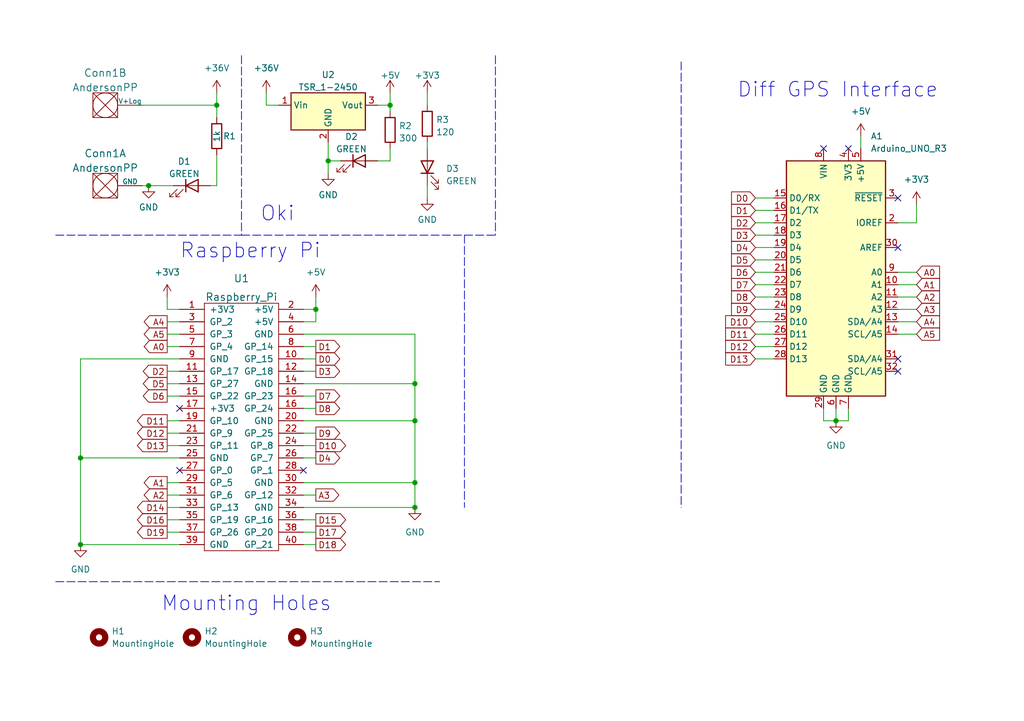
<source format=kicad_sch>
(kicad_sch (version 20211123) (generator eeschema)
  (paper "A5")
  (lib_symbols
    (symbol "+3V3_1" (power) (pin_names (offset 0))
      (property "Value" "+3V3_1" (at 0 3.556 0))
      (symbol "+3V3_1_0_1"
        (polyline (pts (xy -0.762 1.27) (xy 0 2.54)))
        (polyline (pts (xy 0 0) (xy 0 2.54)))
        (polyline (pts (xy 0 2.54) (xy 0.762 1.27)))
      )
      (symbol "+3V3_1_1_1"
        (pin power_in line (at 0 0 90) (length 0) hide (name "+3V3") (number "1"))
      )
    )
    (symbol "+3V3_2" (power) (pin_names (offset 0))
      (property "Value" "+3V3_2" (at 0 3.556 0))
      (symbol "+3V3_2_0_1"
        (polyline (pts (xy -0.762 1.27) (xy 0 2.54)))
        (polyline (pts (xy 0 0) (xy 0 2.54)))
        (polyline (pts (xy 0 2.54) (xy 0.762 1.27)))
      )
      (symbol "+3V3_2_1_1"
        (pin power_in line (at 0 0 90) (length 0) hide (name "+3V3") (number "1"))
      )
    )
    (symbol "+5V_1" (power) (pin_names (offset 0))
      (property "Value" "+5V_1" (at 0 3.556 0))
      (symbol "+5V_1_0_1"
        (polyline (pts (xy -0.762 1.27) (xy 0 2.54)))
        (polyline (pts (xy 0 0) (xy 0 2.54)))
        (polyline (pts (xy 0 2.54) (xy 0.762 1.27)))
      )
      (symbol "+5V_1_1_1"
        (pin power_in line (at 0 0 90) (length 0) hide (name "+5V") (number "1"))
      )
    )
    (symbol "Device:LED" (pin_numbers hide) (pin_names (offset 1.016) hide)
      (property "Reference" "D" (at 0 2.54 0))
      (property "Value" "LED" (at 0 -2.54 0))
      (symbol "LED_0_1"
        (polyline (pts (xy -1.27 -1.27) (xy -1.27 1.27)) (stroke (width 0.254)))
        (polyline (pts (xy -1.27 0) (xy 1.27 0)))
        (polyline (pts (xy 1.27 -1.27) (xy 1.27 1.27) (xy -1.27 0) (xy 1.27 -1.27)) (stroke (width 0.254)))
        (polyline (pts (xy -3.048 -0.762) (xy -4.572 -2.286) (xy -3.81 -2.286) (xy -4.572 -2.286) (xy -4.572 -1.524)))
        (polyline (pts (xy -1.778 -0.762) (xy -3.302 -2.286) (xy -2.54 -2.286) (xy -3.302 -2.286) (xy -3.302 -1.524)))
      )
      (symbol "LED_1_1"
        (pin passive line (at -3.81 0 0) (length 2.54) (name "K") (number "1"))
        (pin passive line (at 3.81 0 180) (length 2.54) (name "A") (number "2"))
      )
    )
    (symbol "Device:R" (pin_numbers hide) (pin_names (offset 0))
      (property "Reference" "R" (at 2.032 0 90))
      (property "Value" "R" (at 0 0 90))
      (symbol "R_0_1"
        (rectangle (start -1.016 -2.54) (end 1.016 2.54) (stroke (width 0.254)))
      )
      (symbol "R_1_1"
        (pin passive line (at 0 3.81 270) (length 1.27) (name "~") (number "1"))
        (pin passive line (at 0 -3.81 90) (length 1.27) (name "~") (number "2"))
      )
    )
    (symbol "GND_1" (power) (pin_names (offset 0))
      (property "Value" "GND_1" (at 0 -3.81 0))
      (symbol "GND_1_0_1"
        (polyline (pts (xy 0 0) (xy 0 -1.27) (xy 1.27 -1.27) (xy 0 -2.54) (xy -1.27 -1.27) (xy 0 -1.27)))
      )
      (symbol "GND_1_1_1"
        (pin power_in line (at 0 0 270) (length 0) hide (name "GND") (number "1"))
      )
    )
    (symbol "GND_3" (power) (pin_names (offset 0))
      (property "Value" "GND_3" (at 0 -3.81 0))
      (symbol "GND_3_0_1"
        (polyline (pts (xy 0 0) (xy 0 -1.27) (xy 1.27 -1.27) (xy 0 -2.54) (xy -1.27 -1.27) (xy 0 -1.27)))
      )
      (symbol "GND_3_1_1"
        (pin power_in line (at 0 0 270) (length 0) hide (name "GND") (number "1"))
      )
    )
    (symbol "MCU_Module:Arduino_UNO_R3"
      (property "Reference" "A" (at -10.16 23.495 0))
      (property "Value" "Arduino_UNO_R3" (at 5.08 -26.67 0))
      (symbol "Arduino_UNO_R3_0_1"
        (rectangle (start -10.16 22.86) (end 10.16 -25.4) (stroke (width 0.254)) (fill (type background)))
      )
      (symbol "Arduino_UNO_R3_1_1"
        (pin no_connect line (at -10.16 -20.32 0) (length 2.54) hide (name "NC") (number "1"))
        (pin bidirectional line (at 12.7 -2.54 180) (length 2.54) (name "A1") (number "10"))
        (pin bidirectional line (at 12.7 -5.08 180) (length 2.54) (name "A2") (number "11"))
        (pin bidirectional line (at 12.7 -7.62 180) (length 2.54) (name "A3") (number "12"))
        (pin bidirectional line (at 12.7 -10.16 180) (length 2.54) (name "SDA/A4") (number "13"))
        (pin bidirectional line (at 12.7 -12.7 180) (length 2.54) (name "SCL/A5") (number "14"))
        (pin bidirectional line (at -12.7 15.24 0) (length 2.54) (name "D0/RX") (number "15"))
        (pin bidirectional line (at -12.7 12.7 0) (length 2.54) (name "D1/TX") (number "16"))
        (pin bidirectional line (at -12.7 10.16 0) (length 2.54) (name "D2") (number "17"))
        (pin bidirectional line (at -12.7 7.62 0) (length 2.54) (name "D3") (number "18"))
        (pin bidirectional line (at -12.7 5.08 0) (length 2.54) (name "D4") (number "19"))
        (pin output line (at 12.7 10.16 180) (length 2.54) (name "IOREF") (number "2"))
        (pin bidirectional line (at -12.7 2.54 0) (length 2.54) (name "D5") (number "20"))
        (pin bidirectional line (at -12.7 0 0) (length 2.54) (name "D6") (number "21"))
        (pin bidirectional line (at -12.7 -2.54 0) (length 2.54) (name "D7") (number "22"))
        (pin bidirectional line (at -12.7 -5.08 0) (length 2.54) (name "D8") (number "23"))
        (pin bidirectional line (at -12.7 -7.62 0) (length 2.54) (name "D9") (number "24"))
        (pin bidirectional line (at -12.7 -10.16 0) (length 2.54) (name "D10") (number "25"))
        (pin bidirectional line (at -12.7 -12.7 0) (length 2.54) (name "D11") (number "26"))
        (pin bidirectional line (at -12.7 -15.24 0) (length 2.54) (name "D12") (number "27"))
        (pin bidirectional line (at -12.7 -17.78 0) (length 2.54) (name "D13") (number "28"))
        (pin power_in line (at -2.54 -27.94 90) (length 2.54) (name "GND") (number "29"))
        (pin input line (at 12.7 15.24 180) (length 2.54) (name "~{RESET}") (number "3"))
        (pin input line (at 12.7 5.08 180) (length 2.54) (name "AREF") (number "30"))
        (pin bidirectional line (at 12.7 -17.78 180) (length 2.54) (name "SDA/A4") (number "31"))
        (pin bidirectional line (at 12.7 -20.32 180) (length 2.54) (name "SCL/A5") (number "32"))
        (pin power_out line (at 2.54 25.4 270) (length 2.54) (name "3V3") (number "4"))
        (pin power_out line (at 5.08 25.4 270) (length 2.54) (name "+5V") (number "5"))
        (pin power_in line (at 0 -27.94 90) (length 2.54) (name "GND") (number "6"))
        (pin power_in line (at 2.54 -27.94 90) (length 2.54) (name "GND") (number "7"))
        (pin power_in line (at -2.54 25.4 270) (length 2.54) (name "VIN") (number "8"))
        (pin bidirectional line (at 12.7 0 180) (length 2.54) (name "A0") (number "9"))
      )
    )
    (symbol "MRDT_Connectors:AndersonPP" (pin_numbers hide) (pin_names (offset 0))
      (property "Reference" "Conn" (at 3.81 -1.27 0))
      (property "Value" "AndersonPP" (at 2.54 6.35 0))
      (symbol "AndersonPP_0_1"
        (polyline (pts (xy 0 5.08) (xy 5.08 0)))
        (polyline (pts (xy 5.08 5.08) (xy 0 0)))
        (rectangle (start 0 0) (end 5.08 5.08))
        (circle (center 2.54 2.54) (radius 2.54))
      )
      (symbol "AndersonPP_1_1"
        (pin input line (at 10.16 2.54 180) (length 5.08) (name "GND") (number "1"))
      )
      (symbol "AndersonPP_2_1"
        (pin input line (at 10.16 2.54 180) (length 5.08) (name "V+Log") (number "2"))
      )
      (symbol "AndersonPP_3_1"
        (pin input line (at 10.16 2.54 180) (length 5.08) (name "V+Act") (number "3"))
      )
      (symbol "AndersonPP_4_1"
        (pin input line (at 10.16 2.54 180) (length 5.08) (name "PV+") (number "4"))
      )
      (symbol "AndersonPP_5_1"
        (pin input line (at 10.16 2.54 180) (length 5.08) (name "~") (number "1"))
      )
    )
    (symbol "MRDT_Shields:Raspberry_Pi" (pin_names (offset 1.016))
      (property "Reference" "U" (at 1.27 -1.27 0))
      (property "Value" "Raspberry_Pi" (at 7.62 52.07 0))
      (symbol "Raspberry_Pi_0_1"
        (rectangle (start 15.24 0) (end 0 50.8))
      )
      (symbol "Raspberry_Pi_1_1"
        (pin input line (at -5.08 49.53 0) (length 5.08) (name "+3V3") (number "1"))
        (pin input line (at 20.32 39.37 180) (length 5.08) (name "GP_15") (number "10"))
        (pin input line (at -5.08 36.83 0) (length 5.08) (name "GP_17") (number "11"))
        (pin input line (at 20.32 36.83 180) (length 5.08) (name "GP_18") (number "12"))
        (pin input line (at -5.08 34.29 0) (length 5.08) (name "GP_27") (number "13"))
        (pin input line (at 20.32 34.29 180) (length 5.08) (name "GND") (number "14"))
        (pin input line (at -5.08 31.75 0) (length 5.08) (name "GP_22") (number "15"))
        (pin input line (at 20.32 31.75 180) (length 5.08) (name "GP_23") (number "16"))
        (pin input line (at 20.32 29.21 180) (length 5.08) (name "GP_24") (number "16"))
        (pin input line (at -5.08 29.21 0) (length 5.08) (name "+3V3") (number "17"))
        (pin input line (at -5.08 26.67 0) (length 5.08) (name "GP_10") (number "19"))
        (pin input line (at 20.32 49.53 180) (length 5.08) (name "+5V") (number "2"))
        (pin input line (at 20.32 26.67 180) (length 5.08) (name "GND") (number "20"))
        (pin input line (at -5.08 24.13 0) (length 5.08) (name "GP_9") (number "21"))
        (pin input line (at 20.32 24.13 180) (length 5.08) (name "GP_25") (number "22"))
        (pin input line (at -5.08 21.59 0) (length 5.08) (name "GP_11") (number "23"))
        (pin input line (at 20.32 21.59 180) (length 5.08) (name "GP_8") (number "24"))
        (pin input line (at -5.08 19.05 0) (length 5.08) (name "GND") (number "25"))
        (pin input line (at 20.32 19.05 180) (length 5.08) (name "GP_7") (number "26"))
        (pin input line (at -5.08 16.51 0) (length 5.08) (name "GP_0") (number "27"))
        (pin input line (at 20.32 16.51 180) (length 5.08) (name "GP_1") (number "28"))
        (pin input line (at -5.08 13.97 0) (length 5.08) (name "GP_5") (number "29"))
        (pin input line (at -5.08 46.99 0) (length 5.08) (name "GP_2") (number "3"))
        (pin input line (at 20.32 13.97 180) (length 5.08) (name "GND") (number "30"))
        (pin input line (at -5.08 11.43 0) (length 5.08) (name "GP_6") (number "31"))
        (pin input line (at 20.32 11.43 180) (length 5.08) (name "GP_12") (number "32"))
        (pin input line (at -5.08 8.89 0) (length 5.08) (name "GP_13") (number "33"))
        (pin input line (at 20.32 8.89 180) (length 5.08) (name "GND") (number "34"))
        (pin input line (at -5.08 6.35 0) (length 5.08) (name "GP_19") (number "35"))
        (pin input line (at 20.32 6.35 180) (length 5.08) (name "GP_16") (number "36"))
        (pin input line (at -5.08 3.81 0) (length 5.08) (name "GP_26") (number "37"))
        (pin input line (at 20.32 3.81 180) (length 5.08) (name "GP_20") (number "38"))
        (pin input line (at -5.08 1.27 0) (length 5.08) (name "GND") (number "39"))
        (pin input line (at 20.32 46.99 180) (length 5.08) (name "+5V") (number "4"))
        (pin input line (at 20.32 1.27 180) (length 5.08) (name "GP_21") (number "40"))
        (pin input line (at -5.08 44.45 0) (length 5.08) (name "GP_3") (number "5"))
        (pin input line (at 20.32 44.45 180) (length 5.08) (name "GND") (number "6"))
        (pin input line (at -5.08 41.91 0) (length 5.08) (name "GP_4") (number "7"))
        (pin input line (at 20.32 41.91 180) (length 5.08) (name "GP_14") (number "8"))
        (pin input line (at -5.08 39.37 0) (length 5.08) (name "GND") (number "9"))
      )
    )
    (symbol "Mechanical:MountingHole" (pin_names (offset 1.016))
      (property "Reference" "H" (at 0 5.08 0))
      (property "Value" "MountingHole" (at 0 3.175 0))
      (symbol "MountingHole_0_1"
        (circle (center 0 0) (radius 1.27) (stroke (width 1.27)))
      )
    )
    (symbol "Regulator_Switching:TSR_1-2450"
      (property "Reference" "U" (at -7.62 6.35 0))
      (property "Value" "TSR_1-2450" (at -1.27 6.35 0))
      (symbol "TSR_1-2450_0_1"
        (rectangle (start -7.62 5.08) (end 7.62 -2.54) (stroke (width 0.254)) (fill (type background)))
      )
      (symbol "TSR_1-2450_1_1"
        (pin power_in line (at -10.16 2.54 0) (length 2.54) (name "Vin") (number "1"))
        (pin power_in line (at 0 -5.08 90) (length 2.54) (name "GND") (number "2"))
        (pin power_out line (at 10.16 2.54 180) (length 2.54) (name "Vout") (number "3"))
      )
    )
    (symbol "power:+36V" (power) (pin_names (offset 0))
      (property "Value" "+36V" (at 0 3.556 0))
      (symbol "+36V_0_1"
        (polyline (pts (xy -0.762 1.27) (xy 0 2.54)))
        (polyline (pts (xy 0 0) (xy 0 2.54)))
        (polyline (pts (xy 0 2.54) (xy 0.762 1.27)))
      )
      (symbol "+36V_1_1"
        (pin power_in line (at 0 0 90) (length 0) hide (name "+36V") (number "1"))
      )
    )
    (symbol "power:+3V3" (power) (pin_names (offset 0))
      (property "Value" "+3V3" (at 0 3.556 0))
      (symbol "+3V3_0_1"
        (polyline (pts (xy -0.762 1.27) (xy 0 2.54)))
        (polyline (pts (xy 0 0) (xy 0 2.54)))
        (polyline (pts (xy 0 2.54) (xy 0.762 1.27)))
      )
      (symbol "+3V3_1_1"
        (pin power_in line (at 0 0 90) (length 0) hide (name "+3V3") (number "1"))
      )
    )
    (symbol "power:+5V" (power) (pin_names (offset 0))
      (property "Value" "+5V" (at 0 3.556 0))
      (symbol "+5V_0_1"
        (polyline (pts (xy -0.762 1.27) (xy 0 2.54)))
        (polyline (pts (xy 0 0) (xy 0 2.54)))
        (polyline (pts (xy 0 2.54) (xy 0.762 1.27)))
      )
      (symbol "+5V_1_1"
        (pin power_in line (at 0 0 90) (length 0) hide (name "+5V") (number "1"))
      )
    )
    (symbol "power:GND" (power) (pin_names (offset 0))
      (property "Value" "GND" (at 0 -3.81 0))
      (symbol "GND_0_1"
        (polyline (pts (xy 0 0) (xy 0 -1.27) (xy 1.27 -1.27) (xy 0 -2.54) (xy -1.27 -1.27) (xy 0 -1.27)))
      )
      (symbol "GND_1_1"
        (pin power_in line (at 0 0 270) (length 0) hide (name "GND") (number "1"))
      )
    )
  )
  (junction (at 44.45 21.59))
  (junction (at 67.31 33.02))
  (junction (at 85.09 99.06))
  (junction (at 80.01 21.59))
  (junction (at 30.48 38.1))
  (junction (at 171.45 86.36))
  (junction (at 85.09 86.36))
  (junction (at 85.09 78.74))
  (junction (at 64.77 63.5))
  (junction (at 85.09 104.14))
  (junction (at 16.51 93.98))
  (junction (at 16.51 111.76))
  (no_connect (at 36.83 96.52))
  (no_connect (at 173.99 30.48))
  (no_connect (at 184.15 40.64))
  (no_connect (at 168.91 30.48))
  (no_connect (at 184.15 76.2))
  (no_connect (at 184.15 73.66))
  (no_connect (at 184.15 50.8))
  (no_connect (at 62.23 96.52))
  (no_connect (at 36.83 83.82))
  (wire (pts (xy 44.45 38.1) (xy 44.45 31.75)))
  (wire (pts (xy 64.77 66.04) (xy 62.23 66.04)))
  (wire (pts (xy 80.01 19.05) (xy 80.01 21.59)))
  (wire (pts (xy 44.45 24.13) (xy 44.45 21.59)))
  (wire (pts (xy 154.94 45.72) (xy 158.75 45.72)))
  (wire (pts (xy 34.29 63.5) (xy 34.29 60.96)))
  (wire (pts (xy 67.31 29.21) (xy 67.31 33.02)))
  (wire (pts (xy 54.61 21.59) (xy 57.15 21.59)))
  (wire (pts (xy 29.21 38.1) (xy 30.48 38.1)))
  (polyline (pts (xy 139.7 12.7) (xy 139.7 104.14)))
  (wire (pts (xy 62.23 93.98) (xy 64.77 93.98)))
  (polyline (pts (xy 49.53 48.26) (xy 101.6 48.26)))
  (wire (pts (xy 154.94 55.88) (xy 158.75 55.88)))
  (wire (pts (xy 62.23 71.12) (xy 64.77 71.12)))
  (wire (pts (xy 16.51 73.66) (xy 36.83 73.66)))
  (wire (pts (xy 43.18 38.1) (xy 44.45 38.1)))
  (wire (pts (xy 154.94 48.26) (xy 158.75 48.26)))
  (wire (pts (xy 62.23 78.74) (xy 85.09 78.74)))
  (wire (pts (xy 36.83 63.5) (xy 34.29 63.5)))
  (wire (pts (xy 184.15 58.42) (xy 187.96 58.42)))
  (wire (pts (xy 184.15 66.04) (xy 187.96 66.04)))
  (wire (pts (xy 187.96 41.91) (xy 187.96 45.72)))
  (wire (pts (xy 154.94 43.18) (xy 158.75 43.18)))
  (wire (pts (xy 29.21 21.59) (xy 44.45 21.59)))
  (wire (pts (xy 34.29 66.04) (xy 36.83 66.04)))
  (wire (pts (xy 62.23 101.6) (xy 64.77 101.6)))
  (wire (pts (xy 154.94 63.5) (xy 158.75 63.5)))
  (wire (pts (xy 154.94 66.04) (xy 158.75 66.04)))
  (wire (pts (xy 154.94 60.96) (xy 158.75 60.96)))
  (wire (pts (xy 154.94 53.34) (xy 158.75 53.34)))
  (wire (pts (xy 34.29 109.22) (xy 36.83 109.22)))
  (wire (pts (xy 44.45 19.05) (xy 44.45 21.59)))
  (wire (pts (xy 85.09 99.06) (xy 85.09 104.14)))
  (wire (pts (xy 62.23 88.9) (xy 64.77 88.9)))
  (wire (pts (xy 34.29 104.14) (xy 36.83 104.14)))
  (wire (pts (xy 62.23 111.76) (xy 64.77 111.76)))
  (wire (pts (xy 34.29 88.9) (xy 36.83 88.9)))
  (wire (pts (xy 187.96 45.72) (xy 184.15 45.72)))
  (wire (pts (xy 62.23 109.22) (xy 64.77 109.22)))
  (wire (pts (xy 34.29 81.28) (xy 36.83 81.28)))
  (polyline (pts (xy 101.6 11.43) (xy 101.6 48.26)))
  (wire (pts (xy 87.63 19.05) (xy 87.63 21.59)))
  (wire (pts (xy 62.23 99.06) (xy 85.09 99.06)))
  (wire (pts (xy 64.77 63.5) (xy 62.23 63.5)))
  (wire (pts (xy 184.15 60.96) (xy 187.96 60.96)))
  (wire (pts (xy 34.29 106.68) (xy 36.83 106.68)))
  (wire (pts (xy 62.23 106.68) (xy 64.77 106.68)))
  (wire (pts (xy 184.15 63.5) (xy 187.96 63.5)))
  (wire (pts (xy 85.09 68.58) (xy 85.09 78.74)))
  (wire (pts (xy 173.99 86.36) (xy 171.45 86.36)))
  (wire (pts (xy 62.23 83.82) (xy 64.77 83.82)))
  (wire (pts (xy 34.29 86.36) (xy 36.83 86.36)))
  (wire (pts (xy 34.29 78.74) (xy 36.83 78.74)))
  (wire (pts (xy 62.23 68.58) (xy 85.09 68.58)))
  (wire (pts (xy 54.61 19.05) (xy 54.61 21.59)))
  (wire (pts (xy 34.29 71.12) (xy 36.83 71.12)))
  (wire (pts (xy 67.31 33.02) (xy 69.85 33.02)))
  (wire (pts (xy 64.77 60.96) (xy 64.77 63.5)))
  (wire (pts (xy 171.45 86.36) (xy 168.91 86.36)))
  (polyline (pts (xy 11.43 48.26) (xy 49.53 48.26)))
  (wire (pts (xy 62.23 81.28) (xy 64.77 81.28)))
  (wire (pts (xy 67.31 33.02) (xy 67.31 35.56)))
  (polyline (pts (xy 11.43 119.38) (xy 90.17 119.38)))
  (wire (pts (xy 154.94 58.42) (xy 158.75 58.42)))
  (wire (pts (xy 62.23 86.36) (xy 85.09 86.36)))
  (wire (pts (xy 154.94 71.12) (xy 158.75 71.12)))
  (wire (pts (xy 184.15 55.88) (xy 187.96 55.88)))
  (wire (pts (xy 62.23 104.14) (xy 85.09 104.14)))
  (wire (pts (xy 171.45 83.82) (xy 171.45 86.36)))
  (wire (pts (xy 34.29 68.58) (xy 36.83 68.58)))
  (wire (pts (xy 30.48 38.1) (xy 35.56 38.1)))
  (wire (pts (xy 64.77 63.5) (xy 64.77 66.04)))
  (wire (pts (xy 16.51 93.98) (xy 36.83 93.98)))
  (wire (pts (xy 85.09 78.74) (xy 85.09 86.36)))
  (wire (pts (xy 173.99 83.82) (xy 173.99 86.36)))
  (wire (pts (xy 80.01 21.59) (xy 80.01 22.86)))
  (wire (pts (xy 87.63 29.21) (xy 87.63 30.48)))
  (wire (pts (xy 34.29 91.44) (xy 36.83 91.44)))
  (wire (pts (xy 34.29 99.06) (xy 36.83 99.06)))
  (wire (pts (xy 80.01 21.59) (xy 77.47 21.59)))
  (wire (pts (xy 80.01 33.02) (xy 80.01 30.48)))
  (wire (pts (xy 34.29 76.2) (xy 36.83 76.2)))
  (wire (pts (xy 85.09 86.36) (xy 85.09 99.06)))
  (wire (pts (xy 62.23 91.44) (xy 64.77 91.44)))
  (wire (pts (xy 154.94 73.66) (xy 158.75 73.66)))
  (wire (pts (xy 16.51 111.76) (xy 36.83 111.76)))
  (wire (pts (xy 184.15 68.58) (xy 187.96 68.58)))
  (wire (pts (xy 154.94 40.64) (xy 158.75 40.64)))
  (wire (pts (xy 168.91 86.36) (xy 168.91 83.82)))
  (wire (pts (xy 176.53 27.94) (xy 176.53 30.48)))
  (wire (pts (xy 34.29 101.6) (xy 36.83 101.6)))
  (wire (pts (xy 77.47 33.02) (xy 80.01 33.02)))
  (wire (pts (xy 16.51 73.66) (xy 16.51 93.98)))
  (wire (pts (xy 62.23 76.2) (xy 64.77 76.2)))
  (wire (pts (xy 62.23 73.66) (xy 64.77 73.66)))
  (polyline (pts (xy 49.53 11.43) (xy 49.53 48.26)))
  (wire (pts (xy 16.51 93.98) (xy 16.51 111.76)))
  (polyline (pts (xy 95.25 48.26) (xy 95.25 104.14)))
  (wire (pts (xy 154.94 50.8) (xy 158.75 50.8)))
  (wire (pts (xy 154.94 68.58) (xy 158.75 68.58)))
  (wire (pts (xy 87.63 38.1) (xy 87.63 40.64)))
  (text "Mounting Holes" (at 33.02 125.73 0) (effects (font (size 3 3)) (justify left bottom)))
  (text "Diff GPS Interface" (at 151.13 20.32 0) (effects (font (size 3 3)) (justify left bottom)))
  (text "Oki" (at 53.34 45.72 0) (effects (font (size 3 3)) (justify left bottom)))
  (text "Raspberry Pi\n" (at 36.83 53.34 0) (effects (font (size 3 3)) (justify left bottom)))
  (global_label "A4" (shape input) (at 187.96 66.04 0) (property "Intersheet References" "${INTERSHEET_REFS}" (effects hide)))
  (global_label "D13" (shape output) (at 34.29 91.44 180) (property "Intersheet References" "${INTERSHEET_REFS}" (effects hide)))
  (global_label "A1" (shape output) (at 34.29 99.06 180) (property "Intersheet References" "${INTERSHEET_REFS}" (effects hide)))
  (global_label "D16" (shape output) (at 34.29 106.68 180) (property "Intersheet References" "${INTERSHEET_REFS}" (effects hide)))
  (global_label "A3" (shape output) (at 64.77 101.6 0) (property "Intersheet References" "${INTERSHEET_REFS}" (effects hide)))
  (global_label "A2" (shape input) (at 187.96 60.96 0) (property "Intersheet References" "${INTERSHEET_REFS}" (effects hide)))
  (global_label "A3" (shape input) (at 187.96 63.5 0) (property "Intersheet References" "${INTERSHEET_REFS}" (effects hide)))
  (global_label "D3" (shape input) (at 154.94 48.26 180) (property "Intersheet References" "${INTERSHEET_REFS}" (effects hide)))
  (global_label "D12" (shape input) (at 154.94 71.12 180) (property "Intersheet References" "${INTERSHEET_REFS}" (effects hide)))
  (global_label "D9" (shape output) (at 64.77 88.9 0) (property "Intersheet References" "${INTERSHEET_REFS}" (effects hide)))
  (global_label "D5" (shape input) (at 154.94 53.34 180) (property "Intersheet References" "${INTERSHEET_REFS}" (effects hide)))
  (global_label "D7" (shape output) (at 64.77 81.28 0) (property "Intersheet References" "${INTERSHEET_REFS}" (effects hide)))
  (global_label "D11" (shape input) (at 154.94 68.58 180) (property "Intersheet References" "${INTERSHEET_REFS}" (effects hide)))
  (global_label "D11" (shape output) (at 34.29 86.36 180) (property "Intersheet References" "${INTERSHEET_REFS}" (effects hide)))
  (global_label "D13" (shape input) (at 154.94 73.66 180) (property "Intersheet References" "${INTERSHEET_REFS}" (effects hide)))
  (global_label "D8" (shape input) (at 154.94 60.96 180) (property "Intersheet References" "${INTERSHEET_REFS}" (effects hide)))
  (global_label "D5" (shape output) (at 34.29 78.74 180) (property "Intersheet References" "${INTERSHEET_REFS}" (effects hide)))
  (global_label "A1" (shape input) (at 187.96 58.42 0) (property "Intersheet References" "${INTERSHEET_REFS}" (effects hide)))
  (global_label "D18" (shape output) (at 64.77 111.76 0) (property "Intersheet References" "${INTERSHEET_REFS}" (effects hide)))
  (global_label "D9" (shape input) (at 154.94 63.5 180) (property "Intersheet References" "${INTERSHEET_REFS}" (effects hide)))
  (global_label "A4" (shape output) (at 34.29 66.04 180) (property "Intersheet References" "${INTERSHEET_REFS}" (effects hide)))
  (global_label "A2" (shape output) (at 34.29 101.6 180) (property "Intersheet References" "${INTERSHEET_REFS}" (effects hide)))
  (global_label "D0" (shape input) (at 154.94 40.64 180) (property "Intersheet References" "${INTERSHEET_REFS}" (effects hide)))
  (global_label "D12" (shape output) (at 34.29 88.9 180) (property "Intersheet References" "${INTERSHEET_REFS}" (effects hide)))
  (global_label "D1" (shape output) (at 64.77 71.12 0) (property "Intersheet References" "${INTERSHEET_REFS}" (effects hide)))
  (global_label "D19" (shape output) (at 34.29 109.22 180) (property "Intersheet References" "${INTERSHEET_REFS}" (effects hide)))
  (global_label "D4" (shape output) (at 64.77 93.98 0) (property "Intersheet References" "${INTERSHEET_REFS}" (effects hide)))
  (global_label "D10" (shape input) (at 154.94 66.04 180) (property "Intersheet References" "${INTERSHEET_REFS}" (effects hide)))
  (global_label "A5" (shape output) (at 34.29 68.58 180) (property "Intersheet References" "${INTERSHEET_REFS}" (effects hide)))
  (global_label "D15" (shape output) (at 64.77 106.68 0) (property "Intersheet References" "${INTERSHEET_REFS}" (effects hide)))
  (global_label "D1" (shape input) (at 154.94 43.18 180) (property "Intersheet References" "${INTERSHEET_REFS}" (effects hide)))
  (global_label "A0" (shape input) (at 187.96 55.88 0) (property "Intersheet References" "${INTERSHEET_REFS}" (effects hide)))
  (global_label "A0" (shape output) (at 34.29 71.12 180) (property "Intersheet References" "${INTERSHEET_REFS}" (effects hide)))
  (global_label "D7" (shape input) (at 154.94 58.42 180) (property "Intersheet References" "${INTERSHEET_REFS}" (effects hide)))
  (global_label "D4" (shape input) (at 154.94 50.8 180) (property "Intersheet References" "${INTERSHEET_REFS}" (effects hide)))
  (global_label "A5" (shape input) (at 187.96 68.58 0) (property "Intersheet References" "${INTERSHEET_REFS}" (effects hide)))
  (global_label "D17" (shape output) (at 64.77 109.22 0) (property "Intersheet References" "${INTERSHEET_REFS}" (effects hide)))
  (global_label "D2" (shape input) (at 154.94 45.72 180) (property "Intersheet References" "${INTERSHEET_REFS}" (effects hide)))
  (global_label "D8" (shape output) (at 64.77 83.82 0) (property "Intersheet References" "${INTERSHEET_REFS}" (effects hide)))
  (global_label "D3" (shape output) (at 64.77 76.2 0) (property "Intersheet References" "${INTERSHEET_REFS}" (effects hide)))
  (global_label "D2" (shape output) (at 34.29 76.2 180) (property "Intersheet References" "${INTERSHEET_REFS}" (effects hide)))
  (global_label "D6" (shape input) (at 154.94 55.88 180) (property "Intersheet References" "${INTERSHEET_REFS}" (effects hide)))
  (global_label "D10" (shape output) (at 64.77 91.44 0) (property "Intersheet References" "${INTERSHEET_REFS}" (effects hide)))
  (global_label "D14" (shape output) (at 34.29 104.14 180) (property "Intersheet References" "${INTERSHEET_REFS}" (effects hide)))
  (global_label "D6" (shape output) (at 34.29 81.28 180) (property "Intersheet References" "${INTERSHEET_REFS}" (effects hide)))
  (global_label "D0" (shape output) (at 64.77 73.66 0) (property "Intersheet References" "${INTERSHEET_REFS}" (effects hide)))
  (symbol (lib_id "power:+3V3") (at 87.63 19.05 0) (unit 1)
    (property "Reference" "#PWR011" (effects hide))
    (property "Value" "+3V3" (at 87.63 15.4742 0))
  )
  (symbol (lib_id "MRDT_Connectors:AndersonPP") (at 19.05 40.64 0) (unit 1)
    (property "Reference" "Conn1" (at 21.59 31.4759 0) (effects (font (size 1.524 1.524))))
    (property "Value" "AndersonPP" (at 21.59 34.4693 0) (effects (font (size 1.524 1.524))))
    (property "Footprint" "MRDT_Connectors:Square_Anderson_2_H_Side_By_Side" (effects hide))
  )
  (symbol (lib_name "GND_3") (lib_id "power:GND") (at 16.51 111.76 0) (unit 1)
    (property "Reference" "#PWR01" (effects hide))
    (property "Value" "GND" (at 16.51 116.84 0))
  )
  (symbol (lib_id "MRDT_Connectors:AndersonPP") (at 19.05 24.13 0) (unit 2)
    (property "Reference" "Conn1" (at 21.59 14.9659 0) (effects (font (size 1.524 1.524))))
    (property "Value" "AndersonPP" (at 21.59 17.9593 0) (effects (font (size 1.524 1.524))))
    (property "Footprint" "MRDT_Connectors:Square_Anderson_2_H_Side_By_Side" (effects hide))
  )
  (symbol (lib_id "Device:LED") (at 39.37 38.1 0) (unit 1)
    (property "Reference" "D1" (at 37.7825 33.1302 0))
    (property "Value" "GREEN" (at 37.7825 35.6671 0))
    (property "Footprint" "Diode_SMD:D_0603_1608Metric_Pad1.05x0.95mm_HandSolder" (effects hide))
  )
  (symbol (lib_id "power:GND") (at 67.31 35.56 0) (unit 1)
    (property "Reference" "#PWR06" (effects hide))
    (property "Value" "GND" (at 67.31 40.0034 0))
  )
  (symbol (lib_id "MRDT_Shields:Raspberry_Pi") (at 41.91 113.03 0) (unit 1)
    (property "Reference" "U1" (at 49.53 57.15 0) (effects (font (size 1.524 1.524))))
    (property "Value" "Raspberry_Pi" (at 49.53 60.96 0) (effects (font (size 1.524 1.524))))
    (property "Footprint" "MRDT_Shields:RaspberryPi_THT_BOTTOM" (effects hide))
  )
  (symbol (lib_name "+5V_1") (lib_id "power:+5V") (at 64.77 60.96 0) (unit 1)
    (property "Reference" "#PWR05" (effects hide))
    (property "Value" "+5V" (at 64.77 55.88 0))
  )
  (symbol (lib_id "Mechanical:MountingHole") (at 20.32 130.81 0) (unit 1)
    (property "Reference" "H1" (at 22.86 129.5399 0) (effects (justify left)))
    (property "Value" "MountingHole" (at 22.86 132.0799 0) (effects (justify left)))
    (property "Footprint" "MRDT_Drill_Holes:4_40_Hole_Corner" (effects hide))
  )
  (symbol (lib_id "power:GND") (at 30.48 38.1 0) (unit 1)
    (property "Reference" "#PWR02" (effects hide))
    (property "Value" "GND" (at 30.48 42.5434 0))
  )
  (symbol (lib_name "GND_1") (lib_id "power:GND") (at 171.45 86.36 0) (unit 1)
    (property "Reference" "#PWR012" (effects hide))
    (property "Value" "GND" (at 171.45 91.44 0))
  )
  (symbol (lib_id "Device:LED") (at 87.63 34.29 90) (unit 1)
    (property "Reference" "D3" (at 91.44 34.6074 90) (effects (justify right)))
    (property "Value" "GREEN" (at 91.44 37.1474 90) (effects (justify right)))
    (property "Footprint" "Diode_SMD:D_0603_1608Metric_Pad1.05x0.95mm_HandSolder" (effects hide))
  )
  (symbol (lib_id "power:+36V") (at 54.61 19.05 0) (unit 1)
    (property "Reference" "#PWR0101" (effects hide))
    (property "Value" "+36V" (at 54.61 13.97 0))
  )
  (symbol (lib_id "Device:R") (at 87.63 25.4 0) (unit 1)
    (property "Reference" "R3" (at 89.408 24.5653 0) (effects (justify left)))
    (property "Value" "120" (at 89.408 27.1022 0) (effects (justify left)))
    (property "Footprint" "Resistor_SMD:R_0603_1608Metric_Pad0.98x0.95mm_HandSolder" (effects hide))
  )
  (symbol (lib_id "Mechanical:MountingHole") (at 60.96 130.81 0) (unit 1)
    (property "Reference" "H3" (at 63.5 129.5399 0) (effects (justify left)))
    (property "Value" "MountingHole" (at 63.5 132.0799 0) (effects (justify left)))
    (property "Footprint" "MRDT_Drill_Holes:4_40_Hole_Corner" (effects hide))
  )
  (symbol (lib_name "GND_1") (lib_id "power:GND") (at 85.09 104.14 0) (unit 1)
    (property "Reference" "#PWR08" (effects hide))
    (property "Value" "GND" (at 85.09 109.22 0))
  )
  (symbol (lib_id "power:+36V") (at 44.45 19.05 0) (unit 1)
    (property "Reference" "#PWR0102" (effects hide))
    (property "Value" "+36V" (at 44.45 13.97 0))
  )
  (symbol (lib_id "MCU_Module:Arduino_UNO_R3") (at 171.45 55.88 0) (unit 1)
    (property "Reference" "A1" (at 178.5494 27.94 0) (effects (justify left)))
    (property "Value" "Arduino_UNO_R3" (at 178.5494 30.48 0) (effects (justify left)))
    (property "Footprint" "Module:Arduino_UNO_R3" (effects hide))
    (property "Datasheet" "https://www.arduino.cc/en/Main/arduinoBoardUno" (effects hide))
  )
  (symbol (lib_name "+3V3_2") (lib_id "power:+3V3") (at 187.96 41.91 0) (unit 1)
    (property "Reference" "#PWR014" (effects hide))
    (property "Value" "+3V3" (at 187.96 36.83 0))
  )
  (symbol (lib_id "power:+5V") (at 80.01 19.05 0) (unit 1)
    (property "Reference" "#PWR07" (effects hide))
    (property "Value" "+5V" (at 80.01 15.4742 0))
  )
  (symbol (lib_id "power:GND") (at 87.63 40.64 0) (unit 1)
    (property "Reference" "#PWR010" (effects hide))
    (property "Value" "GND" (at 87.63 45.0834 0))
  )
  (symbol (lib_id "Regulator_Switching:TSR_1-2450") (at 67.31 24.13 0) (unit 1)
    (property "Reference" "U2" (at 67.31 15.3502 0))
    (property "Value" "TSR_1-2450" (at 67.31 17.8871 0))
    (property "Footprint" "MRDT_Devices:TSR_1-2433" (effects hide))
    (property "Datasheet" "http://www.tracopower.com/products/tsr1.pdf" (effects hide))
  )
  (symbol (lib_id "Device:R") (at 80.01 26.67 0) (unit 1)
    (property "Reference" "R2" (at 81.788 25.8353 0) (effects (justify left)))
    (property "Value" "300" (at 81.788 28.3722 0) (effects (justify left)))
    (property "Footprint" "Resistor_SMD:R_0603_1608Metric_Pad0.98x0.95mm_HandSolder" (effects hide))
  )
  (symbol (lib_id "Device:R") (at 44.45 27.94 180) (unit 1)
    (property "Reference" "R1" (at 45.72 27.94 0) (effects (justify right)))
    (property "Value" "1k" (at 44.45 29.21 90) (effects (justify right)))
    (property "Footprint" "Resistor_SMD:R_0603_1608Metric_Pad0.98x0.95mm_HandSolder" (effects hide))
  )
  (symbol (lib_id "Device:LED") (at 73.66 33.02 0) (unit 1)
    (property "Reference" "D2" (at 72.0725 28.0502 0))
    (property "Value" "GREEN" (at 72.0725 30.5871 0))
    (property "Footprint" "Diode_SMD:D_0603_1608Metric_Pad1.05x0.95mm_HandSolder" (effects hide))
  )
  (symbol (lib_name "+5V_1") (lib_id "power:+5V") (at 176.53 27.94 0) (unit 1)
    (property "Reference" "#PWR013" (effects hide))
    (property "Value" "+5V" (at 176.53 22.86 0))
  )
  (symbol (lib_name "+3V3_1") (lib_id "power:+3V3") (at 34.29 60.96 0) (unit 1)
    (property "Reference" "#PWR0103" (effects hide))
    (property "Value" "+3V3" (at 34.29 55.88 0))
  )
  (symbol (lib_id "Mechanical:MountingHole") (at 39.37 130.81 0) (unit 1)
    (property "Reference" "H2" (at 41.91 129.5399 0) (effects (justify left)))
    (property "Value" "MountingHole" (at 41.91 132.0799 0) (effects (justify left)))
    (property "Footprint" "MRDT_Drill_Holes:4_40_Hole_Corner" (effects hide))
  )
)
</source>
